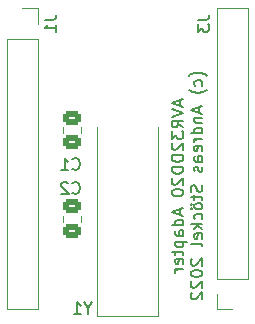
<source format=gbo>
G04 #@! TF.GenerationSoftware,KiCad,Pcbnew,6.0.8-1.fc36*
G04 #@! TF.CreationDate,2022-11-01T17:46:47+01:00*
G04 #@! TF.ProjectId,avr32dd20_eval,61767233-3264-4643-9230-5f6576616c2e,rev?*
G04 #@! TF.SameCoordinates,Original*
G04 #@! TF.FileFunction,Legend,Bot*
G04 #@! TF.FilePolarity,Positive*
%FSLAX46Y46*%
G04 Gerber Fmt 4.6, Leading zero omitted, Abs format (unit mm)*
G04 Created by KiCad (PCBNEW 6.0.8-1.fc36) date 2022-11-01 17:46:47*
%MOMM*%
%LPD*%
G01*
G04 APERTURE LIST*
G04 Aperture macros list*
%AMRoundRect*
0 Rectangle with rounded corners*
0 $1 Rounding radius*
0 $2 $3 $4 $5 $6 $7 $8 $9 X,Y pos of 4 corners*
0 Add a 4 corners polygon primitive as box body*
4,1,4,$2,$3,$4,$5,$6,$7,$8,$9,$2,$3,0*
0 Add four circle primitives for the rounded corners*
1,1,$1+$1,$2,$3*
1,1,$1+$1,$4,$5*
1,1,$1+$1,$6,$7*
1,1,$1+$1,$8,$9*
0 Add four rect primitives between the rounded corners*
20,1,$1+$1,$2,$3,$4,$5,0*
20,1,$1+$1,$4,$5,$6,$7,0*
20,1,$1+$1,$6,$7,$8,$9,0*
20,1,$1+$1,$8,$9,$2,$3,0*%
G04 Aperture macros list end*
%ADD10C,0.150000*%
%ADD11C,0.120000*%
%ADD12R,1.700000X1.700000*%
%ADD13O,1.700000X1.700000*%
%ADD14RoundRect,0.250000X-0.475000X0.337500X-0.475000X-0.337500X0.475000X-0.337500X0.475000X0.337500X0*%
%ADD15R,2.000000X7.875000*%
%ADD16RoundRect,0.250000X0.475000X-0.337500X0.475000X0.337500X-0.475000X0.337500X-0.475000X-0.337500X0*%
G04 APERTURE END LIST*
D10*
X103501666Y-78844095D02*
X103501666Y-79320285D01*
X103787380Y-78748857D02*
X102787380Y-79082190D01*
X103787380Y-79415523D01*
X102787380Y-79606000D02*
X103787380Y-79939333D01*
X102787380Y-80272666D01*
X103787380Y-81177428D02*
X103311190Y-80844095D01*
X103787380Y-80606000D02*
X102787380Y-80606000D01*
X102787380Y-80986952D01*
X102835000Y-81082190D01*
X102882619Y-81129809D01*
X102977857Y-81177428D01*
X103120714Y-81177428D01*
X103215952Y-81129809D01*
X103263571Y-81082190D01*
X103311190Y-80986952D01*
X103311190Y-80606000D01*
X102787380Y-81510761D02*
X102787380Y-82129809D01*
X103168333Y-81796476D01*
X103168333Y-81939333D01*
X103215952Y-82034571D01*
X103263571Y-82082190D01*
X103358809Y-82129809D01*
X103596904Y-82129809D01*
X103692142Y-82082190D01*
X103739761Y-82034571D01*
X103787380Y-81939333D01*
X103787380Y-81653619D01*
X103739761Y-81558380D01*
X103692142Y-81510761D01*
X102882619Y-82510761D02*
X102835000Y-82558380D01*
X102787380Y-82653619D01*
X102787380Y-82891714D01*
X102835000Y-82986952D01*
X102882619Y-83034571D01*
X102977857Y-83082190D01*
X103073095Y-83082190D01*
X103215952Y-83034571D01*
X103787380Y-82463142D01*
X103787380Y-83082190D01*
X103787380Y-83510761D02*
X102787380Y-83510761D01*
X102787380Y-83748857D01*
X102835000Y-83891714D01*
X102930238Y-83986952D01*
X103025476Y-84034571D01*
X103215952Y-84082190D01*
X103358809Y-84082190D01*
X103549285Y-84034571D01*
X103644523Y-83986952D01*
X103739761Y-83891714D01*
X103787380Y-83748857D01*
X103787380Y-83510761D01*
X103787380Y-84510761D02*
X102787380Y-84510761D01*
X102787380Y-84748857D01*
X102835000Y-84891714D01*
X102930238Y-84986952D01*
X103025476Y-85034571D01*
X103215952Y-85082190D01*
X103358809Y-85082190D01*
X103549285Y-85034571D01*
X103644523Y-84986952D01*
X103739761Y-84891714D01*
X103787380Y-84748857D01*
X103787380Y-84510761D01*
X102882619Y-85463142D02*
X102835000Y-85510761D01*
X102787380Y-85606000D01*
X102787380Y-85844095D01*
X102835000Y-85939333D01*
X102882619Y-85986952D01*
X102977857Y-86034571D01*
X103073095Y-86034571D01*
X103215952Y-85986952D01*
X103787380Y-85415523D01*
X103787380Y-86034571D01*
X102787380Y-86653619D02*
X102787380Y-86748857D01*
X102835000Y-86844095D01*
X102882619Y-86891714D01*
X102977857Y-86939333D01*
X103168333Y-86986952D01*
X103406428Y-86986952D01*
X103596904Y-86939333D01*
X103692142Y-86891714D01*
X103739761Y-86844095D01*
X103787380Y-86748857D01*
X103787380Y-86653619D01*
X103739761Y-86558380D01*
X103692142Y-86510761D01*
X103596904Y-86463142D01*
X103406428Y-86415523D01*
X103168333Y-86415523D01*
X102977857Y-86463142D01*
X102882619Y-86510761D01*
X102835000Y-86558380D01*
X102787380Y-86653619D01*
X103501666Y-88129809D02*
X103501666Y-88606000D01*
X103787380Y-88034571D02*
X102787380Y-88367904D01*
X103787380Y-88701238D01*
X103787380Y-89463142D02*
X102787380Y-89463142D01*
X103739761Y-89463142D02*
X103787380Y-89367904D01*
X103787380Y-89177428D01*
X103739761Y-89082190D01*
X103692142Y-89034571D01*
X103596904Y-88986952D01*
X103311190Y-88986952D01*
X103215952Y-89034571D01*
X103168333Y-89082190D01*
X103120714Y-89177428D01*
X103120714Y-89367904D01*
X103168333Y-89463142D01*
X103787380Y-90367904D02*
X103263571Y-90367904D01*
X103168333Y-90320285D01*
X103120714Y-90225047D01*
X103120714Y-90034571D01*
X103168333Y-89939333D01*
X103739761Y-90367904D02*
X103787380Y-90272666D01*
X103787380Y-90034571D01*
X103739761Y-89939333D01*
X103644523Y-89891714D01*
X103549285Y-89891714D01*
X103454047Y-89939333D01*
X103406428Y-90034571D01*
X103406428Y-90272666D01*
X103358809Y-90367904D01*
X103120714Y-90844095D02*
X104120714Y-90844095D01*
X103168333Y-90844095D02*
X103120714Y-90939333D01*
X103120714Y-91129809D01*
X103168333Y-91225047D01*
X103215952Y-91272666D01*
X103311190Y-91320285D01*
X103596904Y-91320285D01*
X103692142Y-91272666D01*
X103739761Y-91225047D01*
X103787380Y-91129809D01*
X103787380Y-90939333D01*
X103739761Y-90844095D01*
X103120714Y-91606000D02*
X103120714Y-91986952D01*
X102787380Y-91748857D02*
X103644523Y-91748857D01*
X103739761Y-91796476D01*
X103787380Y-91891714D01*
X103787380Y-91986952D01*
X103739761Y-92701238D02*
X103787380Y-92606000D01*
X103787380Y-92415523D01*
X103739761Y-92320285D01*
X103644523Y-92272666D01*
X103263571Y-92272666D01*
X103168333Y-92320285D01*
X103120714Y-92415523D01*
X103120714Y-92606000D01*
X103168333Y-92701238D01*
X103263571Y-92748857D01*
X103358809Y-92748857D01*
X103454047Y-92272666D01*
X103787380Y-93177428D02*
X103120714Y-93177428D01*
X103311190Y-93177428D02*
X103215952Y-93225047D01*
X103168333Y-93272666D01*
X103120714Y-93367904D01*
X103120714Y-93463142D01*
X105778333Y-76820285D02*
X105730714Y-76772666D01*
X105587857Y-76677428D01*
X105492619Y-76629809D01*
X105349761Y-76582190D01*
X105111666Y-76534571D01*
X104921190Y-76534571D01*
X104683095Y-76582190D01*
X104540238Y-76629809D01*
X104445000Y-76677428D01*
X104302142Y-76772666D01*
X104254523Y-76820285D01*
X105349761Y-77629809D02*
X105397380Y-77534571D01*
X105397380Y-77344095D01*
X105349761Y-77248857D01*
X105302142Y-77201238D01*
X105206904Y-77153619D01*
X104921190Y-77153619D01*
X104825952Y-77201238D01*
X104778333Y-77248857D01*
X104730714Y-77344095D01*
X104730714Y-77534571D01*
X104778333Y-77629809D01*
X105778333Y-77963142D02*
X105730714Y-78010761D01*
X105587857Y-78106000D01*
X105492619Y-78153619D01*
X105349761Y-78201238D01*
X105111666Y-78248857D01*
X104921190Y-78248857D01*
X104683095Y-78201238D01*
X104540238Y-78153619D01*
X104445000Y-78106000D01*
X104302142Y-78010761D01*
X104254523Y-77963142D01*
X105111666Y-79439333D02*
X105111666Y-79915523D01*
X105397380Y-79344095D02*
X104397380Y-79677428D01*
X105397380Y-80010761D01*
X104730714Y-80344095D02*
X105397380Y-80344095D01*
X104825952Y-80344095D02*
X104778333Y-80391714D01*
X104730714Y-80486952D01*
X104730714Y-80629809D01*
X104778333Y-80725047D01*
X104873571Y-80772666D01*
X105397380Y-80772666D01*
X105397380Y-81677428D02*
X104397380Y-81677428D01*
X105349761Y-81677428D02*
X105397380Y-81582190D01*
X105397380Y-81391714D01*
X105349761Y-81296476D01*
X105302142Y-81248857D01*
X105206904Y-81201238D01*
X104921190Y-81201238D01*
X104825952Y-81248857D01*
X104778333Y-81296476D01*
X104730714Y-81391714D01*
X104730714Y-81582190D01*
X104778333Y-81677428D01*
X105397380Y-82153619D02*
X104730714Y-82153619D01*
X104921190Y-82153619D02*
X104825952Y-82201238D01*
X104778333Y-82248857D01*
X104730714Y-82344095D01*
X104730714Y-82439333D01*
X105349761Y-83153619D02*
X105397380Y-83058380D01*
X105397380Y-82867904D01*
X105349761Y-82772666D01*
X105254523Y-82725047D01*
X104873571Y-82725047D01*
X104778333Y-82772666D01*
X104730714Y-82867904D01*
X104730714Y-83058380D01*
X104778333Y-83153619D01*
X104873571Y-83201238D01*
X104968809Y-83201238D01*
X105064047Y-82725047D01*
X105397380Y-84058380D02*
X104873571Y-84058380D01*
X104778333Y-84010761D01*
X104730714Y-83915523D01*
X104730714Y-83725047D01*
X104778333Y-83629809D01*
X105349761Y-84058380D02*
X105397380Y-83963142D01*
X105397380Y-83725047D01*
X105349761Y-83629809D01*
X105254523Y-83582190D01*
X105159285Y-83582190D01*
X105064047Y-83629809D01*
X105016428Y-83725047D01*
X105016428Y-83963142D01*
X104968809Y-84058380D01*
X105349761Y-84486952D02*
X105397380Y-84582190D01*
X105397380Y-84772666D01*
X105349761Y-84867904D01*
X105254523Y-84915523D01*
X105206904Y-84915523D01*
X105111666Y-84867904D01*
X105064047Y-84772666D01*
X105064047Y-84629809D01*
X105016428Y-84534571D01*
X104921190Y-84486952D01*
X104873571Y-84486952D01*
X104778333Y-84534571D01*
X104730714Y-84629809D01*
X104730714Y-84772666D01*
X104778333Y-84867904D01*
X105349761Y-86058380D02*
X105397380Y-86201238D01*
X105397380Y-86439333D01*
X105349761Y-86534571D01*
X105302142Y-86582190D01*
X105206904Y-86629809D01*
X105111666Y-86629809D01*
X105016428Y-86582190D01*
X104968809Y-86534571D01*
X104921190Y-86439333D01*
X104873571Y-86248857D01*
X104825952Y-86153619D01*
X104778333Y-86106000D01*
X104683095Y-86058380D01*
X104587857Y-86058380D01*
X104492619Y-86106000D01*
X104445000Y-86153619D01*
X104397380Y-86248857D01*
X104397380Y-86486952D01*
X104445000Y-86629809D01*
X104730714Y-86915523D02*
X104730714Y-87296476D01*
X104397380Y-87058380D02*
X105254523Y-87058380D01*
X105349761Y-87106000D01*
X105397380Y-87201238D01*
X105397380Y-87296476D01*
X105397380Y-87772666D02*
X105349761Y-87677428D01*
X105302142Y-87629809D01*
X105206904Y-87582190D01*
X104921190Y-87582190D01*
X104825952Y-87629809D01*
X104778333Y-87677428D01*
X104730714Y-87772666D01*
X104730714Y-87915523D01*
X104778333Y-88010761D01*
X104825952Y-88058380D01*
X104921190Y-88106000D01*
X105206904Y-88106000D01*
X105302142Y-88058380D01*
X105349761Y-88010761D01*
X105397380Y-87915523D01*
X105397380Y-87772666D01*
X104397380Y-87677428D02*
X104445000Y-87725047D01*
X104492619Y-87677428D01*
X104445000Y-87629809D01*
X104397380Y-87677428D01*
X104492619Y-87677428D01*
X104397380Y-88058380D02*
X104445000Y-88106000D01*
X104492619Y-88058380D01*
X104445000Y-88010761D01*
X104397380Y-88058380D01*
X104492619Y-88058380D01*
X105349761Y-88963142D02*
X105397380Y-88867904D01*
X105397380Y-88677428D01*
X105349761Y-88582190D01*
X105302142Y-88534571D01*
X105206904Y-88486952D01*
X104921190Y-88486952D01*
X104825952Y-88534571D01*
X104778333Y-88582190D01*
X104730714Y-88677428D01*
X104730714Y-88867904D01*
X104778333Y-88963142D01*
X105397380Y-89391714D02*
X104397380Y-89391714D01*
X105016428Y-89486952D02*
X105397380Y-89772666D01*
X104730714Y-89772666D02*
X105111666Y-89391714D01*
X105349761Y-90582190D02*
X105397380Y-90486952D01*
X105397380Y-90296476D01*
X105349761Y-90201238D01*
X105254523Y-90153619D01*
X104873571Y-90153619D01*
X104778333Y-90201238D01*
X104730714Y-90296476D01*
X104730714Y-90486952D01*
X104778333Y-90582190D01*
X104873571Y-90629809D01*
X104968809Y-90629809D01*
X105064047Y-90153619D01*
X105397380Y-91201238D02*
X105349761Y-91106000D01*
X105254523Y-91058380D01*
X104397380Y-91058380D01*
X104492619Y-92296476D02*
X104445000Y-92344095D01*
X104397380Y-92439333D01*
X104397380Y-92677428D01*
X104445000Y-92772666D01*
X104492619Y-92820285D01*
X104587857Y-92867904D01*
X104683095Y-92867904D01*
X104825952Y-92820285D01*
X105397380Y-92248857D01*
X105397380Y-92867904D01*
X104397380Y-93486952D02*
X104397380Y-93582190D01*
X104445000Y-93677428D01*
X104492619Y-93725047D01*
X104587857Y-93772666D01*
X104778333Y-93820285D01*
X105016428Y-93820285D01*
X105206904Y-93772666D01*
X105302142Y-93725047D01*
X105349761Y-93677428D01*
X105397380Y-93582190D01*
X105397380Y-93486952D01*
X105349761Y-93391714D01*
X105302142Y-93344095D01*
X105206904Y-93296476D01*
X105016428Y-93248857D01*
X104778333Y-93248857D01*
X104587857Y-93296476D01*
X104492619Y-93344095D01*
X104445000Y-93391714D01*
X104397380Y-93486952D01*
X104492619Y-94201238D02*
X104445000Y-94248857D01*
X104397380Y-94344095D01*
X104397380Y-94582190D01*
X104445000Y-94677428D01*
X104492619Y-94725047D01*
X104587857Y-94772666D01*
X104683095Y-94772666D01*
X104825952Y-94725047D01*
X105397380Y-94153619D01*
X105397380Y-94772666D01*
X104492619Y-95153619D02*
X104445000Y-95201238D01*
X104397380Y-95296476D01*
X104397380Y-95534571D01*
X104445000Y-95629809D01*
X104492619Y-95677428D01*
X104587857Y-95725047D01*
X104683095Y-95725047D01*
X104825952Y-95677428D01*
X105397380Y-95106000D01*
X105397380Y-95725047D01*
X104989380Y-72056666D02*
X105703666Y-72056666D01*
X105846523Y-72009047D01*
X105941761Y-71913809D01*
X105989380Y-71770952D01*
X105989380Y-71675714D01*
X104989380Y-72437619D02*
X104989380Y-73056666D01*
X105370333Y-72723333D01*
X105370333Y-72866190D01*
X105417952Y-72961428D01*
X105465571Y-73009047D01*
X105560809Y-73056666D01*
X105798904Y-73056666D01*
X105894142Y-73009047D01*
X105941761Y-72961428D01*
X105989380Y-72866190D01*
X105989380Y-72580476D01*
X105941761Y-72485238D01*
X105894142Y-72437619D01*
X94400666Y-86717142D02*
X94448285Y-86764761D01*
X94591142Y-86812380D01*
X94686380Y-86812380D01*
X94829238Y-86764761D01*
X94924476Y-86669523D01*
X94972095Y-86574285D01*
X95019714Y-86383809D01*
X95019714Y-86240952D01*
X94972095Y-86050476D01*
X94924476Y-85955238D01*
X94829238Y-85860000D01*
X94686380Y-85812380D01*
X94591142Y-85812380D01*
X94448285Y-85860000D01*
X94400666Y-85907619D01*
X94019714Y-85907619D02*
X93972095Y-85860000D01*
X93876857Y-85812380D01*
X93638761Y-85812380D01*
X93543523Y-85860000D01*
X93495904Y-85907619D01*
X93448285Y-86002857D01*
X93448285Y-86098095D01*
X93495904Y-86240952D01*
X94067333Y-86812380D01*
X93448285Y-86812380D01*
X95726190Y-96496190D02*
X95726190Y-96972380D01*
X96059523Y-95972380D02*
X95726190Y-96496190D01*
X95392857Y-95972380D01*
X94535714Y-96972380D02*
X95107142Y-96972380D01*
X94821428Y-96972380D02*
X94821428Y-95972380D01*
X94916666Y-96115238D01*
X95011904Y-96210476D01*
X95107142Y-96258095D01*
X92035380Y-72056666D02*
X92749666Y-72056666D01*
X92892523Y-72009047D01*
X92987761Y-71913809D01*
X93035380Y-71770952D01*
X93035380Y-71675714D01*
X93035380Y-73056666D02*
X93035380Y-72485238D01*
X93035380Y-72770952D02*
X92035380Y-72770952D01*
X92178238Y-72675714D01*
X92273476Y-72580476D01*
X92321095Y-72485238D01*
X94400666Y-84685142D02*
X94448285Y-84732761D01*
X94591142Y-84780380D01*
X94686380Y-84780380D01*
X94829238Y-84732761D01*
X94924476Y-84637523D01*
X94972095Y-84542285D01*
X95019714Y-84351809D01*
X95019714Y-84208952D01*
X94972095Y-84018476D01*
X94924476Y-83923238D01*
X94829238Y-83828000D01*
X94686380Y-83780380D01*
X94591142Y-83780380D01*
X94448285Y-83828000D01*
X94400666Y-83875619D01*
X93448285Y-84780380D02*
X94019714Y-84780380D01*
X93734000Y-84780380D02*
X93734000Y-83780380D01*
X93829238Y-83923238D01*
X93924476Y-84018476D01*
X94019714Y-84066095D01*
D11*
X109280000Y-93975000D02*
X109280000Y-71055000D01*
X106620000Y-93975000D02*
X106620000Y-71055000D01*
X106620000Y-93975000D02*
X109280000Y-93975000D01*
X106620000Y-71055000D02*
X109280000Y-71055000D01*
X106620000Y-96575000D02*
X107950000Y-96575000D01*
X106620000Y-95245000D02*
X106620000Y-96575000D01*
X95096000Y-88638748D02*
X95096000Y-89161252D01*
X93626000Y-88638748D02*
X93626000Y-89161252D01*
X101610000Y-81126500D02*
X101610000Y-97101500D01*
X96510000Y-97101500D02*
X96510000Y-81126500D01*
X101610000Y-97101500D02*
X96510000Y-97101500D01*
X91500000Y-96585000D02*
X88840000Y-96585000D01*
X91500000Y-71065000D02*
X90170000Y-71065000D01*
X91500000Y-73665000D02*
X91500000Y-96585000D01*
X91500000Y-73665000D02*
X88840000Y-73665000D01*
X91500000Y-72395000D02*
X91500000Y-71065000D01*
X88840000Y-73665000D02*
X88840000Y-96585000D01*
X93626000Y-81668252D02*
X93626000Y-81145748D01*
X95096000Y-81668252D02*
X95096000Y-81145748D01*
%LPC*%
D12*
X101585000Y-71877000D03*
D13*
X101585000Y-74417000D03*
X99045000Y-71877000D03*
X99045000Y-74417000D03*
X96505000Y-71877000D03*
X96505000Y-74417000D03*
D12*
X107950000Y-95245000D03*
D13*
X107950000Y-92705000D03*
X107950000Y-90165000D03*
X107950000Y-87625000D03*
X107950000Y-85085000D03*
X107950000Y-82545000D03*
X107950000Y-80005000D03*
X107950000Y-77465000D03*
X107950000Y-74925000D03*
X107950000Y-72385000D03*
D14*
X94361000Y-87862500D03*
X94361000Y-89937500D03*
D15*
X99060000Y-92964000D03*
X99060000Y-81089000D03*
D12*
X90170000Y-72395000D03*
D13*
X90170000Y-74935000D03*
X90170000Y-77475000D03*
X90170000Y-80015000D03*
X90170000Y-82555000D03*
X90170000Y-85095000D03*
X90170000Y-87635000D03*
X90170000Y-90175000D03*
X90170000Y-92715000D03*
X90170000Y-95255000D03*
D16*
X94361000Y-82444500D03*
X94361000Y-80369500D03*
M02*

</source>
